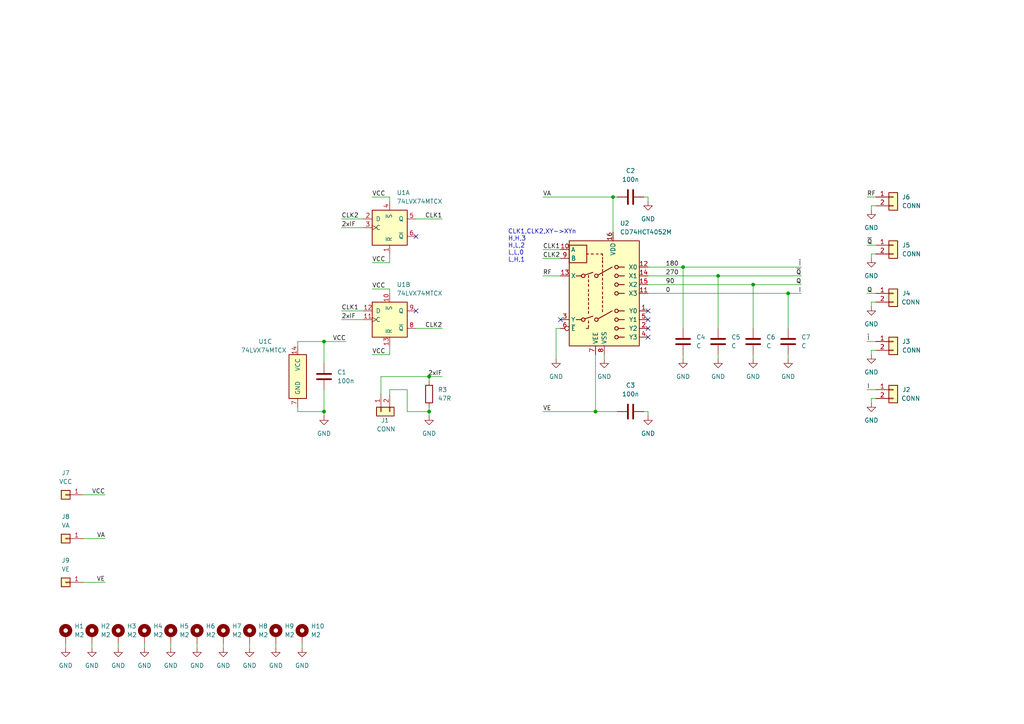
<source format=kicad_sch>
(kicad_sch (version 20211123) (generator eeschema)
  (paper "A4")
  (title_block (title "019-Tayloe Quadrature Product Detector") (date "2022-11-29") (rev "1") (company "Halidelabs") (comment 1 "contact@halidelabs.eu"))
  (lib_symbols
    (symbol "74HC74_1" (pin_names (offset 1.016))
      (property "Reference" "U?" (at 2.0194 10.16 0))
      (property "Value" "74HC74_1" (at 2.0194 7.62 0))
      (symbol "74HC74_1_1_0"
        (pin input line (at 0 -7.62 90) (length 2.54) (name "~{R}") (number "1"))
        (pin input line (at -7.62 2.54 0) (length 2.54) (name "D") (number "2"))
        (pin input clock (at -7.62 0 0) (length 2.54) (name "C") (number "3"))
        (pin input line (at 0 7.62 270) (length 2.54) (name "~{S}") (number "4"))
        (pin output line (at 7.62 2.54 180) (length 2.54) (name "Q") (number "5"))
        (pin output line (at 7.62 -2.54 180) (length 2.54) (name "~{Q}") (number "6"))
      )
      (symbol "74HC74_1_1_1"
        (rectangle (start -5.08 5.08) (end 5.08 -5.08) (stroke (width 0.254)) (fill (type background)))
      )
      (symbol "74HC74_1_2_0"
        (pin input line (at 0 7.62 270) (length 2.54) (name "~{S}") (number "10"))
        (pin input clock (at -7.62 0 0) (length 2.54) (name "C") (number "11"))
        (pin input line (at -7.62 2.54 0) (length 2.54) (name "D") (number "12"))
        (pin input line (at 0 -7.62 90) (length 2.54) (name "~{R}") (number "13"))
        (pin output line (at 7.62 -2.54 180) (length 2.54) (name "~{Q}") (number "8"))
        (pin output line (at 7.62 2.54 180) (length 2.54) (name "Q") (number "9"))
      )
      (symbol "74HC74_1_2_1"
        (rectangle (start -5.08 5.08) (end 5.08 -5.08) (stroke (width 0.254)) (fill (type background)))
      )
      (symbol "74HC74_1_3_0"
        (pin power_in line (at 0 8.89 270) (length 2.54) (name "VCC") (number "14"))
        (pin power_in line (at 0 -8.89 90) (length 2.54) (name "GND") (number "7"))
      )
      (symbol "74HC74_1_3_1"
        (rectangle (start -2.54 6.35) (end 2.54 -6.35) (stroke (width 0.254)) (fill (type background)))
      )
    )
    (symbol "74xx:74HC74" (pin_names (offset 1.016))
      (property "Reference" "U" (at -7.62 8.89 0))
      (property "Value" "74HC74" (at -7.62 -8.89 0))
      (symbol "74HC74_1_0"
        (pin input line (at 0 -7.62 90) (length 2.54) (name "~{R}") (number "1"))
        (pin input line (at -7.62 2.54 0) (length 2.54) (name "D") (number "2"))
        (pin input clock (at -7.62 0 0) (length 2.54) (name "C") (number "3"))
        (pin input line (at 0 7.62 270) (length 2.54) (name "~{S}") (number "4"))
        (pin output line (at 7.62 2.54 180) (length 2.54) (name "Q") (number "5"))
        (pin output line (at 7.62 -2.54 180) (length 2.54) (name "~{Q}") (number "6"))
      )
      (symbol "74HC74_1_1"
        (rectangle (start -5.08 5.08) (end 5.08 -5.08) (stroke (width 0.254)) (fill (type background)))
      )
      (symbol "74HC74_2_0"
        (pin input line (at 0 7.62 270) (length 2.54) (name "~{S}") (number "10"))
        (pin input clock (at -7.62 0 0) (length 2.54) (name "C") (number "11"))
        (pin input line (at -7.62 2.54 0) (length 2.54) (name "D") (number "12"))
        (pin input line (at 0 -7.62 90) (length 2.54) (name "~{R}") (number "13"))
        (pin output line (at 7.62 -2.54 180) (length 2.54) (name "~{Q}") (number "8"))
        (pin output line (at 7.62 2.54 180) (length 2.54) (name "Q") (number "9"))
      )
      (symbol "74HC74_2_1"
        (rectangle (start -5.08 5.08) (end 5.08 -5.08) (stroke (width 0.254)) (fill (type background)))
      )
      (symbol "74HC74_3_0"
        (pin power_in line (at 0 10.16 270) (length 2.54) (name "VCC") (number "14"))
        (pin power_in line (at 0 -10.16 90) (length 2.54) (name "GND") (number "7"))
      )
      (symbol "74HC74_3_1"
        (rectangle (start -5.08 7.62) (end 5.08 -7.62) (stroke (width 0.254)) (fill (type background)))
      )
    )
    (symbol "Analog_Switch:CD4052B"
      (property "Reference" "U?" (at 4.5594 20.32 0))
      (property "Value" "CD74HCT4052M" (at 4.5594 17.78 0))
      (symbol "CD4052B_0_1"
        (rectangle (start -10.16 8.89) (end -5.08 13.97) (stroke (width 0.254)))
        (rectangle (start -10.16 15.24) (end 10.16 -15.24) (stroke (width 0.254)) (fill (type background)))
        (circle (center -6.096 -7.62) (radius 0.508) (stroke (width 0.254)))
        (circle (center -6.096 5.08) (radius 0.508) (stroke (width 0.254)))
        (circle (center -2.286 -7.62) (radius 0.508) (stroke (width 0.254)))
        (circle (center -2.286 5.08) (radius 0.508) (stroke (width 0.254)))
        (polyline (pts (xy -8.128 -7.62) (xy -6.604 -7.62)) (stroke (width 0.254)))
        (polyline (pts (xy -8.128 5.08) (xy -6.604 5.08)) (stroke (width 0.254)))
        (polyline (pts (xy -5.588 -7.366) (xy -3.302 -6.604)) (stroke (width 0.254)))
        (polyline (pts (xy -5.588 5.334) (xy -3.302 6.096)) (stroke (width 0.254)))
        (polyline (pts (xy -4.572 -10.16) (xy -5.207 -10.16)) (stroke (width 0.254)))
        (polyline (pts (xy -4.572 -9.906) (xy -4.572 -9.271)) (stroke (width 0.254)))
        (polyline (pts (xy -4.572 -8.636) (xy -4.572 -8.001)) (stroke (width 0.254)))
        (polyline (pts (xy -4.572 -5.842) (xy -4.572 -5.207)) (stroke (width 0.254)))
        (polyline (pts (xy -4.572 -4.572) (xy -4.572 -3.937)) (stroke (width 0.254)))
        (polyline (pts (xy -4.572 -3.302) (xy -4.572 -2.667)) (stroke (width 0.254)))
        (polyline (pts (xy -4.572 -2.032) (xy -4.572 -1.397)) (stroke (width 0.254)))
        (polyline (pts (xy -4.572 -0.762) (xy -4.572 -0.127)) (stroke (width 0.254)))
        (polyline (pts (xy -4.572 0.508) (xy -4.572 1.143)) (stroke (width 0.254)))
        (polyline (pts (xy -4.572 2.032) (xy -4.572 2.667)) (stroke (width 0.254)))
        (polyline (pts (xy -4.572 3.302) (xy -4.572 3.937)) (stroke (width 0.254)))
        (polyline (pts (xy -4.572 4.572) (xy -4.572 5.207)) (stroke (width 0.254)))
        (polyline (pts (xy -4.572 11.43) (xy -5.08 11.43)) (stroke (width 0.254)))
        (polyline (pts (xy -3.81 11.43) (xy -3.175 11.43)) (stroke (width 0.254)))
        (polyline (pts (xy -1.778 -7.366) (xy 2.286 -5.08)) (stroke (width 0.254)))
        (polyline (pts (xy -1.778 5.334) (xy 2.286 7.62)) (stroke (width 0.254)))
        (polyline (pts (xy -1.778 11.43) (xy -2.286 11.43)) (stroke (width 0.254)))
        (polyline (pts (xy -0.508 -5.334) (xy -0.508 -4.699)) (stroke (width 0.254)))
        (polyline (pts (xy -0.508 -4.064) (xy -0.508 -3.429)) (stroke (width 0.254)))
        (polyline (pts (xy -0.508 -2.794) (xy -0.508 -2.159)) (stroke (width 0.254)))
        (polyline (pts (xy -0.508 -1.524) (xy -0.508 -0.889)) (stroke (width 0.254)))
        (polyline (pts (xy -0.508 -0.254) (xy -0.508 0.381)) (stroke (width 0.254)))
        (polyline (pts (xy -0.508 1.27) (xy -0.508 1.905)) (stroke (width 0.254)))
        (polyline (pts (xy -0.508 2.54) (xy -0.508 3.175)) (stroke (width 0.254)))
        (polyline (pts (xy -0.508 3.81) (xy -0.508 4.445)) (stroke (width 0.254)))
        (polyline (pts (xy -0.508 5.08) (xy -0.508 5.715)) (stroke (width 0.254)))
        (polyline (pts (xy -0.508 6.35) (xy -0.508 6.985)) (stroke (width 0.254)))
        (polyline (pts (xy -0.508 7.62) (xy -0.508 8.255)) (stroke (width 0.254)))
        (polyline (pts (xy -0.508 8.89) (xy -0.508 9.398)) (stroke (width 0.254)))
        (polyline (pts (xy -0.508 8.89) (xy -0.508 9.525)) (stroke (width 0.254)))
        (polyline (pts (xy -0.508 9.906) (xy -0.508 10.414)) (stroke (width 0.254)))
        (polyline (pts (xy -0.508 10.922) (xy -0.508 11.43)) (stroke (width 0.254)))
        (polyline (pts (xy -0.508 11.43) (xy -1.016 11.43)) (stroke (width 0.254)))
        (polyline (pts (xy 4.064 -12.7) (xy 5.842 -12.7)) (stroke (width 0.254)))
        (polyline (pts (xy 4.064 -10.16) (xy 5.842 -10.16)) (stroke (width 0.254)))
        (polyline (pts (xy 4.064 -7.62) (xy 5.842 -7.62)) (stroke (width 0.254)))
        (polyline (pts (xy 4.064 -5.08) (xy 5.842 -5.08)) (stroke (width 0.254)))
        (polyline (pts (xy 4.064 0) (xy 5.842 0)) (stroke (width 0.254)))
        (polyline (pts (xy 4.064 2.54) (xy 5.842 2.54)) (stroke (width 0.254)))
        (polyline (pts (xy 4.064 5.08) (xy 5.842 5.08)) (stroke (width 0.254)))
        (polyline (pts (xy 4.064 7.62) (xy 5.842 7.62)) (stroke (width 0.254)))
        (circle (center 3.556 -12.7) (radius 0.508) (stroke (width 0.254)))
        (circle (center 3.556 -10.16) (radius 0.508) (stroke (width 0.254)))
        (circle (center 3.556 -7.62) (radius 0.508) (stroke (width 0.254)))
        (circle (center 3.556 -5.08) (radius 0.508) (stroke (width 0.254)))
        (circle (center 3.556 0) (radius 0.508) (stroke (width 0.254)))
        (circle (center 3.556 2.54) (radius 0.508) (stroke (width 0.254)))
        (circle (center 3.556 5.08) (radius 0.508) (stroke (width 0.254)))
        (circle (center 3.556 7.62) (radius 0.508) (stroke (width 0.254)))
      )
      (symbol "CD4052B_1_1"
        (pin bidirectional line (at 12.7 -5.08 180) (length 2.54) (name "Y0") (number "1"))
        (pin input line (at -12.7 12.7 0) (length 2.54) (name "A") (number "10"))
        (pin bidirectional line (at 12.7 0 180) (length 2.54) (name "X3") (number "11"))
        (pin bidirectional line (at 12.7 7.62 180) (length 2.54) (name "X0") (number "12"))
        (pin bidirectional line (at -12.7 5.08 0) (length 2.54) (name "X") (number "13"))
        (pin bidirectional line (at 12.7 5.08 180) (length 2.54) (name "X1") (number "14"))
        (pin bidirectional line (at 12.7 2.54 180) (length 2.54) (name "X2") (number "15"))
        (pin power_in line (at 2.54 17.78 270) (length 2.54) (name "VDD") (number "16"))
        (pin bidirectional line (at 12.7 -10.16 180) (length 2.54) (name "Y2") (number "2"))
        (pin bidirectional line (at -12.7 -7.62 0) (length 2.54) (name "Y") (number "3"))
        (pin bidirectional line (at 12.7 -12.7 180) (length 2.54) (name "Y3") (number "4"))
        (pin bidirectional line (at 12.7 -7.62 180) (length 2.54) (name "Y1") (number "5"))
        (pin input inverted (at -12.7 -10.16 0) (length 2.54) (name "~{E}") (number "6"))
        (pin power_in line (at -2.54 -17.78 90) (length 2.54) (name "VEE") (number "7"))
        (pin power_in line (at 0 -17.78 90) (length 2.54) (name "VSS") (number "8"))
        (pin input line (at -12.7 10.16 0) (length 2.54) (name "B") (number "9"))
      )
    )
    (symbol "Connector_Generic:Conn_01x01" (pin_names (offset 1.016) hide)
      (property "Reference" "J" (at 0 2.54 0))
      (property "Value" "Conn_01x01" (at 0 -2.54 0))
      (symbol "Conn_01x01_1_1"
        (rectangle (start -1.27 0.127) (end 0 -0.127) (stroke (width 0.1524)))
        (rectangle (start -1.27 1.27) (end 1.27 -1.27) (stroke (width 0.254)) (fill (type background)))
        (pin passive line (at -5.08 0 0) (length 3.81) (name "Pin_1") (number "1"))
      )
    )
    (symbol "Connector_Generic:Conn_01x02" (pin_names (offset 1.016) hide)
      (property "Reference" "J" (at 0 2.54 0))
      (property "Value" "Conn_01x02" (at 0 -5.08 0))
      (symbol "Conn_01x02_1_1"
        (rectangle (start -1.27 -2.413) (end 0 -2.667) (stroke (width 0.1524)))
        (rectangle (start -1.27 0.127) (end 0 -0.127) (stroke (width 0.1524)))
        (rectangle (start -1.27 1.27) (end 1.27 -3.81) (stroke (width 0.254)) (fill (type background)))
        (pin passive line (at -5.08 0 0) (length 3.81) (name "Pin_1") (number "1"))
        (pin passive line (at -5.08 -2.54 0) (length 3.81) (name "Pin_2") (number "2"))
      )
    )
    (symbol "Device:C" (pin_numbers hide) (pin_names (offset 0.254))
      (property "Reference" "C" (at 0.635 2.54 0))
      (property "Value" "C" (at 0.635 -2.54 0))
      (symbol "C_0_1"
        (polyline (pts (xy -2.032 -0.762) (xy 2.032 -0.762)) (stroke (width 0.508)))
        (polyline (pts (xy -2.032 0.762) (xy 2.032 0.762)) (stroke (width 0.508)))
      )
      (symbol "C_1_1"
        (pin passive line (at 0 3.81 270) (length 2.794) (name "~") (number "1"))
        (pin passive line (at 0 -3.81 90) (length 2.794) (name "~") (number "2"))
      )
    )
    (symbol "Device:R" (pin_numbers hide) (pin_names (offset 0))
      (property "Reference" "R" (at 2.032 0 90))
      (property "Value" "R" (at 0 0 90))
      (symbol "R_0_1"
        (rectangle (start -1.016 -2.54) (end 1.016 2.54) (stroke (width 0.254)))
      )
      (symbol "R_1_1"
        (pin passive line (at 0 3.81 270) (length 1.27) (name "~") (number "1"))
        (pin passive line (at 0 -3.81 90) (length 1.27) (name "~") (number "2"))
      )
    )
    (symbol "Mechanical:MountingHole_Pad" (pin_numbers hide) (pin_names (offset 1.016) hide)
      (property "Reference" "H" (at 0 6.35 0))
      (property "Value" "MountingHole_Pad" (at 0 4.445 0))
      (symbol "MountingHole_Pad_0_1"
        (circle (center 0 1.27) (radius 1.27) (stroke (width 1.27)))
      )
      (symbol "MountingHole_Pad_1_1"
        (pin input line (at 0 -2.54 90) (length 2.54) (name "1") (number "1"))
      )
    )
    (symbol "power:GND" (power) (pin_names (offset 0))
      (property "Value" "GND" (at 0 -3.81 0))
      (symbol "GND_0_1"
        (polyline (pts (xy 0 0) (xy 0 -1.27) (xy 1.27 -1.27) (xy 0 -2.54) (xy -1.27 -1.27) (xy 0 -1.27)))
      )
      (symbol "GND_1_1"
        (pin power_in line (at 0 0 270) (length 0) hide (name "GND") (number "1"))
      )
    )
  )
  (junction (at 198.12 77.47))
  (junction (at 172.72 119.38))
  (junction (at 177.8 57.15))
  (junction (at 93.98 119.38))
  (junction (at 208.28 80.01))
  (junction (at 124.46 119.38))
  (junction (at 218.44 82.55))
  (junction (at 124.46 109.22))
  (junction (at 93.98 99.06))
  (junction (at 228.6 85.09))
  (no_connect (at 187.96 97.79))
  (no_connect (at 187.96 90.17))
  (no_connect (at 120.65 68.58))
  (no_connect (at 120.65 90.17))
  (no_connect (at 162.56 92.71))
  (no_connect (at 187.96 92.71))
  (no_connect (at 187.96 95.25))
  (wire (pts (xy 251.46 57.15) (xy 254 57.15)))
  (wire (pts (xy 93.98 113.03) (xy 93.98 119.38)))
  (wire (pts (xy 41.91 186.69) (xy 41.91 187.96)))
  (wire (pts (xy 99.06 66.04) (xy 105.41 66.04)))
  (wire (pts (xy 157.48 72.39) (xy 162.56 72.39)))
  (wire (pts (xy 157.48 80.01) (xy 162.56 80.01)))
  (wire (pts (xy 124.46 119.38) (xy 124.46 120.65)))
  (wire (pts (xy 198.12 77.47) (xy 232.41 77.47)))
  (wire (pts (xy 34.29 186.69) (xy 34.29 187.96)))
  (wire (pts (xy 24.13 168.91) (xy 30.48 168.91)))
  (wire (pts (xy 93.98 119.38) (xy 86.36 119.38)))
  (wire (pts (xy 110.49 109.22) (xy 110.49 114.3)))
  (wire (pts (xy 93.98 105.41) (xy 93.98 99.06)))
  (wire (pts (xy 124.46 110.49) (xy 124.46 109.22)))
  (wire (pts (xy 113.03 76.2) (xy 113.03 73.66)))
  (wire (pts (xy 24.13 156.21) (xy 30.48 156.21)))
  (wire (pts (xy 80.01 186.69) (xy 80.01 187.96)))
  (wire (pts (xy 118.11 113.03) (xy 113.03 113.03)))
  (wire (pts (xy 228.6 102.87) (xy 228.6 104.14)))
  (wire (pts (xy 252.73 115.57) (xy 254 115.57)))
  (wire (pts (xy 228.6 85.09) (xy 232.41 85.09)))
  (wire (pts (xy 99.06 63.5) (xy 105.41 63.5)))
  (wire (pts (xy 161.29 104.14) (xy 161.29 95.25)))
  (wire (pts (xy 172.72 119.38) (xy 179.07 119.38)))
  (wire (pts (xy 172.72 119.38) (xy 157.48 119.38)))
  (wire (pts (xy 252.73 73.66) (xy 254 73.66)))
  (wire (pts (xy 218.44 102.87) (xy 218.44 104.14)))
  (wire (pts (xy 93.98 99.06) (xy 100.33 99.06)))
  (wire (pts (xy 228.6 95.25) (xy 228.6 85.09)))
  (wire (pts (xy 64.77 186.69) (xy 64.77 187.96)))
  (wire (pts (xy 93.98 119.38) (xy 93.98 120.65)))
  (wire (pts (xy 72.39 186.69) (xy 72.39 187.96)))
  (wire (pts (xy 251.46 99.06) (xy 254 99.06)))
  (wire (pts (xy 93.98 99.06) (xy 86.36 99.06)))
  (wire (pts (xy 252.73 87.63) (xy 254 87.63)))
  (wire (pts (xy 172.72 102.87) (xy 172.72 119.38)))
  (wire (pts (xy 124.46 119.38) (xy 124.46 118.11)))
  (wire (pts (xy 118.11 113.03) (xy 118.11 119.38)))
  (wire (pts (xy 87.63 186.69) (xy 87.63 187.96)))
  (wire (pts (xy 218.44 95.25) (xy 218.44 82.55)))
  (wire (pts (xy 208.28 102.87) (xy 208.28 104.14)))
  (wire (pts (xy 198.12 102.87) (xy 198.12 104.14)))
  (wire (pts (xy 86.36 118.11) (xy 86.36 119.38)))
  (wire (pts (xy 120.65 63.5) (xy 128.27 63.5)))
  (wire (pts (xy 99.06 90.17) (xy 105.41 90.17)))
  (wire (pts (xy 252.73 74.93) (xy 252.73 73.66)))
  (wire (pts (xy 177.8 57.15) (xy 177.8 67.31)))
  (wire (pts (xy 175.26 102.87) (xy 175.26 104.14)))
  (wire (pts (xy 107.95 57.15) (xy 113.03 57.15)))
  (wire (pts (xy 251.46 85.09) (xy 254 85.09)))
  (wire (pts (xy 252.73 102.87) (xy 252.73 101.6)))
  (wire (pts (xy 26.67 186.69) (xy 26.67 187.96)))
  (wire (pts (xy 187.96 77.47) (xy 198.12 77.47)))
  (wire (pts (xy 124.46 109.22) (xy 128.27 109.22)))
  (wire (pts (xy 99.06 92.71) (xy 105.41 92.71)))
  (wire (pts (xy 157.48 57.15) (xy 177.8 57.15)))
  (wire (pts (xy 110.49 109.22) (xy 124.46 109.22)))
  (wire (pts (xy 86.36 99.06) (xy 86.36 100.33)))
  (wire (pts (xy 24.13 143.51) (xy 30.48 143.51)))
  (wire (pts (xy 251.46 113.03) (xy 254 113.03)))
  (wire (pts (xy 252.73 60.96) (xy 252.73 59.69)))
  (wire (pts (xy 113.03 57.15) (xy 113.03 58.42)))
  (wire (pts (xy 187.96 80.01) (xy 208.28 80.01)))
  (wire (pts (xy 118.11 119.38) (xy 124.46 119.38)))
  (wire (pts (xy 187.96 120.65) (xy 187.96 119.38)))
  (wire (pts (xy 252.73 101.6) (xy 254 101.6)))
  (wire (pts (xy 107.95 83.82) (xy 113.03 83.82)))
  (wire (pts (xy 113.03 83.82) (xy 113.03 85.09)))
  (wire (pts (xy 187.96 82.55) (xy 218.44 82.55)))
  (wire (pts (xy 120.65 95.25) (xy 128.27 95.25)))
  (wire (pts (xy 49.53 186.69) (xy 49.53 187.96)))
  (wire (pts (xy 252.73 59.69) (xy 254 59.69)))
  (wire (pts (xy 252.73 88.9) (xy 252.73 87.63)))
  (wire (pts (xy 208.28 80.01) (xy 232.41 80.01)))
  (wire (pts (xy 177.8 57.15) (xy 179.07 57.15)))
  (wire (pts (xy 187.96 119.38) (xy 186.69 119.38)))
  (wire (pts (xy 113.03 113.03) (xy 113.03 114.3)))
  (wire (pts (xy 19.05 186.69) (xy 19.05 187.96)))
  (wire (pts (xy 187.96 85.09) (xy 228.6 85.09)))
  (wire (pts (xy 251.46 71.12) (xy 254 71.12)))
  (wire (pts (xy 218.44 82.55) (xy 232.41 82.55)))
  (wire (pts (xy 157.48 74.93) (xy 162.56 74.93)))
  (wire (pts (xy 57.15 186.69) (xy 57.15 187.96)))
  (wire (pts (xy 252.73 116.84) (xy 252.73 115.57)))
  (wire (pts (xy 113.03 102.87) (xy 113.03 100.33)))
  (wire (pts (xy 198.12 95.25) (xy 198.12 77.47)))
  (wire (pts (xy 187.96 57.15) (xy 186.69 57.15)))
  (wire (pts (xy 107.95 76.2) (xy 113.03 76.2)))
  (wire (pts (xy 187.96 58.42) (xy 187.96 57.15)))
  (wire (pts (xy 161.29 95.25) (xy 162.56 95.25)))
  (wire (pts (xy 208.28 95.25) (xy 208.28 80.01)))
  (wire (pts (xy 107.95 102.87) (xy 113.03 102.87)))
  (text "CLK1,CLK2,XY->XYn\nH,H,3\nH,L,2\nL,L,0\nL,H,1" (at 147.32 76.2 0) (effects (font (size 1.27 1.27)) (justify left bottom)))
  (label "2xIF" (at 128.27 109.22 180))
  (label "CLK1" (at 99.06 90.17 0))
  (label "CLK1" (at 157.48 72.39 0))
  (label "VCC" (at 100.33 99.06 180))
  (label "CLK1" (at 128.27 63.5 180))
  (label "VCC" (at 30.48 143.51 180))
  (label "~{I}" (at 251.46 99.06 0))
  (label "CLK2" (at 128.27 95.25 180))
  (label "~{I}" (at 232.41 77.47 180))
  (label "RF" (at 251.46 57.15 0))
  (label "VA" (at 157.48 57.15 0))
  (label "~{Q}" (at 251.46 71.12 0))
  (label "CLK2" (at 99.06 63.5 0))
  (label "Q" (at 251.46 85.09 0))
  (label "VA" (at 30.48 156.21 180))
  (label "VE" (at 157.48 119.38 0))
  (label "CLK2" (at 157.48 74.93 0))
  (label "VCC" (at 107.95 102.87 0))
  (label "Q" (at 232.41 82.55 180))
  (label "VE" (at 30.48 168.91 180))
  (label "2xIF" (at 99.06 66.04 0))
  (label "RF" (at 157.48 80.01 0))
  (label "0" (at 193.04 85.09 0))
  (label "90" (at 193.04 82.55 0))
  (label "270" (at 193.04 80.01 0))
  (label "VCC" (at 107.95 57.15 0))
  (label "VCC" (at 107.95 76.2 0))
  (label "~{Q}" (at 232.41 80.01 180))
  (label "I" (at 232.41 85.09 180))
  (label "2xIF" (at 99.06 92.71 0))
  (label "VCC" (at 107.95 83.82 0))
  (label "180" (at 193.04 77.47 0))
  (label "I" (at 251.46 113.03 0))
  (symbol (lib_id "power:GND") (at 64.77 187.96 0) (unit 1)
    (property "Reference" "#PWR0122" (effects hide))
    (property "Value" "GND" (at 64.77 193.04 0))
  )
  (symbol (lib_id "power:GND") (at 19.05 187.96 0) (unit 1)
    (property "Reference" "#PWR0104" (effects hide))
    (property "Value" "GND" (at 19.05 193.04 0))
  )
  (symbol (lib_id "power:GND") (at 93.98 120.65 0) (unit 1)
    (property "Reference" "#PWR01" (effects hide))
    (property "Value" "GND" (at 93.98 125.73 0))
  )
  (symbol (lib_id "74xx:74HC74") (at 113.03 92.71 0) (unit 2)
    (property "Reference" "U1" (at 115.0494 82.55 0) (effects (justify left)))
    (property "Value" "74LVX74MTCX" (at 115.0494 85.09 0) (effects (justify left)))
    (property "Footprint" "Package_SO:TSSOP-14_4.4x5mm_P0.65mm" (effects hide))
    (property "Datasheet" "https://www.tme.eu/Document/f16ae86e4a3ca1b4f20f9006fed58d99/74LVX74-D.pdf" (effects hide))
  )
  (symbol (lib_id "power:GND") (at 252.73 88.9 0) (mirror y) (unit 1)
    (property "Reference" "#PWR0117" (effects hide))
    (property "Value" "GND" (at 252.73 93.98 0))
  )
  (symbol (lib_id "Mechanical:MountingHole_Pad") (at 19.05 184.15 0) (unit 1)
    (property "Reference" "H1" (at 21.59 181.6099 0) (effects (justify left)))
    (property "Value" "M2" (at 21.59 184.1499 0) (effects (justify left)))
    (property "Footprint" "modular-rf-bench-footprints:M2-hole" (effects hide))
  )
  (symbol (lib_id "power:GND") (at 161.29 104.14 0) (unit 1)
    (property "Reference" "#PWR0106" (effects hide))
    (property "Value" "GND" (at 161.29 109.22 0))
  )
  (symbol (lib_id "power:GND") (at 87.63 187.96 0) (unit 1)
    (property "Reference" "#PWR0123" (effects hide))
    (property "Value" "GND" (at 87.63 193.04 0))
  )
  (symbol (lib_name "74HC74_1") (lib_id "74xx:74HC74") (at 86.36 109.22 0) (unit 3)
    (property "Reference" "U1" (at 74.93 99.06 0) (effects (justify left)))
    (property "Value" "74LVX74MTCX" (at 69.85 101.6 0) (effects (justify left)))
    (property "Footprint" "Package_SO:TSSOP-14_4.4x5mm_P0.65mm" (effects hide))
    (property "Datasheet" "https://www.tme.eu/Document/f16ae86e4a3ca1b4f20f9006fed58d99/74LVX74-D.pdf" (effects hide))
  )
  (symbol (lib_id "Device:R") (at 124.46 114.3 180) (unit 1)
    (property "Reference" "R3" (at 127 113.0299 0) (effects (justify right)))
    (property "Value" "47R" (at 127 115.5699 0) (effects (justify right)))
    (property "Footprint" "Resistor_SMD:R_0603_1608Metric" (effects hide))
  )
  (symbol (lib_id "power:GND") (at 49.53 187.96 0) (unit 1)
    (property "Reference" "#PWR0120" (effects hide))
    (property "Value" "GND" (at 49.53 193.04 0))
  )
  (symbol (lib_id "power:GND") (at 208.28 104.14 0) (unit 1)
    (property "Reference" "#PWR0111" (effects hide))
    (property "Value" "GND" (at 208.28 109.22 0))
  )
  (symbol (lib_id "Mechanical:MountingHole_Pad") (at 72.39 184.15 0) (unit 1)
    (property "Reference" "H8" (at 74.93 181.6099 0) (effects (justify left)))
    (property "Value" "M2" (at 74.93 184.1499 0) (effects (justify left)))
    (property "Footprint" "modular-rf-bench-footprints:M2-hole" (effects hide))
  )
  (symbol (lib_id "power:GND") (at 80.01 187.96 0) (unit 1)
    (property "Reference" "#PWR0124" (effects hide))
    (property "Value" "GND" (at 80.01 193.04 0))
  )
  (symbol (lib_id "Connector_Generic:Conn_01x01") (at 19.05 168.91 180) (unit 1)
    (property "Reference" "J9" (at 19.05 162.56 0))
    (property "Value" "VE" (at 19.05 165.1 0))
    (property "Footprint" "modular-rf-bench-footprints:PWR_PIN" (effects hide))
  )
  (symbol (lib_id "Connector_Generic:Conn_01x02") (at 259.08 71.12 0) (unit 1)
    (property "Reference" "J5" (at 261.62 71.1199 0) (effects (justify left)))
    (property "Value" "CONN" (at 261.62 73.6599 0) (effects (justify left)))
    (property "Footprint" "modular-rf-bench-footprints:edge-connector" (effects hide))
  )
  (symbol (lib_id "Connector_Generic:Conn_01x02") (at 259.08 57.15 0) (unit 1)
    (property "Reference" "J6" (at 261.62 57.1499 0) (effects (justify left)))
    (property "Value" "CONN" (at 261.62 59.6899 0) (effects (justify left)))
    (property "Footprint" "modular-rf-bench-footprints:edge-connector" (effects hide))
  )
  (symbol (lib_id "power:GND") (at 41.91 187.96 0) (unit 1)
    (property "Reference" "#PWR0101" (effects hide))
    (property "Value" "GND" (at 41.91 193.04 0))
  )
  (symbol (lib_id "power:GND") (at 187.96 120.65 0) (unit 1)
    (property "Reference" "#PWR0116" (effects hide))
    (property "Value" "GND" (at 187.96 125.73 0))
  )
  (symbol (lib_id "Connector_Generic:Conn_01x02") (at 259.08 99.06 0) (unit 1)
    (property "Reference" "J3" (at 261.62 99.0599 0) (effects (justify left)))
    (property "Value" "CONN" (at 261.62 101.5999 0) (effects (justify left)))
    (property "Footprint" "modular-rf-bench-footprints:edge-connector" (effects hide))
  )
  (symbol (lib_id "power:GND") (at 252.73 116.84 0) (mirror y) (unit 1)
    (property "Reference" "#PWR0105" (effects hide))
    (property "Value" "GND" (at 252.73 121.92 0))
  )
  (symbol (lib_id "power:GND") (at 187.96 58.42 0) (unit 1)
    (property "Reference" "#PWR0115" (effects hide))
    (property "Value" "GND" (at 187.96 63.5 0))
  )
  (symbol (lib_id "power:GND") (at 57.15 187.96 0) (unit 1)
    (property "Reference" "#PWR0119" (effects hide))
    (property "Value" "GND" (at 57.15 193.04 0))
  )
  (symbol (lib_id "Mechanical:MountingHole_Pad") (at 26.67 184.15 0) (unit 1)
    (property "Reference" "H2" (at 29.21 181.6099 0) (effects (justify left)))
    (property "Value" "M2" (at 29.21 184.1499 0) (effects (justify left)))
    (property "Footprint" "modular-rf-bench-footprints:M2-hole" (effects hide))
  )
  (symbol (lib_id "Mechanical:MountingHole_Pad") (at 34.29 184.15 0) (unit 1)
    (property "Reference" "H3" (at 36.83 181.6099 0) (effects (justify left)))
    (property "Value" "M2" (at 36.83 184.1499 0) (effects (justify left)))
    (property "Footprint" "modular-rf-bench-footprints:M2-hole" (effects hide))
  )
  (symbol (lib_id "Mechanical:MountingHole_Pad") (at 57.15 184.15 0) (unit 1)
    (property "Reference" "H6" (at 59.69 181.6099 0) (effects (justify left)))
    (property "Value" "M2" (at 59.69 184.1499 0) (effects (justify left)))
    (property "Footprint" "modular-rf-bench-footprints:M2-hole" (effects hide))
  )
  (symbol (lib_id "power:GND") (at 175.26 104.14 0) (unit 1)
    (property "Reference" "#PWR0109" (effects hide))
    (property "Value" "GND" (at 175.26 109.22 0))
  )
  (symbol (lib_id "Mechanical:MountingHole_Pad") (at 64.77 184.15 0) (unit 1)
    (property "Reference" "H7" (at 67.31 181.6099 0) (effects (justify left)))
    (property "Value" "M2" (at 67.31 184.1499 0) (effects (justify left)))
    (property "Footprint" "modular-rf-bench-footprints:M2-hole" (effects hide))
  )
  (symbol (lib_id "power:GND") (at 252.73 60.96 0) (unit 1)
    (property "Reference" "#PWR0118" (effects hide))
    (property "Value" "GND" (at 252.73 66.04 0))
  )
  (symbol (lib_id "Analog_Switch:CD4052B") (at 175.26 85.09 0) (unit 1)
    (property "Reference" "U2" (at 179.8194 64.77 0) (effects (justify left)))
    (property "Value" "CD74HCT4052M" (at 179.8194 67.31 0) (effects (justify left)))
    (property "Footprint" "Package_SO:SO-16_3.9x9.9mm_P1.27mm" (effects hide))
    (property "Datasheet" "https://www.ti.com/lit/ds/symlink/cd74hct4053.pdf" (effects hide))
  )
  (symbol (lib_id "Connector_Generic:Conn_01x02") (at 259.08 85.09 0) (unit 1)
    (property "Reference" "J4" (at 262.89 85.09 0))
    (property "Value" "CONN" (at 264.16 87.63 0))
    (property "Footprint" "modular-rf-bench-footprints:edge-connector" (effects hide))
  )
  (symbol (lib_id "power:GND") (at 26.67 187.96 0) (unit 1)
    (property "Reference" "#PWR0103" (effects hide))
    (property "Value" "GND" (at 26.67 193.04 0))
  )
  (symbol (lib_id "power:GND") (at 218.44 104.14 0) (unit 1)
    (property "Reference" "#PWR0112" (effects hide))
    (property "Value" "GND" (at 218.44 109.22 0))
  )
  (symbol (lib_id "Device:C") (at 182.88 119.38 90) (unit 1)
    (property "Reference" "C3" (at 182.88 111.76 90))
    (property "Value" "100n" (at 182.88 114.3 90))
    (property "Footprint" "Capacitor_SMD:C_0603_1608Metric" (effects hide))
  )
  (symbol (lib_id "power:GND") (at 124.46 120.65 0) (unit 1)
    (property "Reference" "#PWR0108" (effects hide))
    (property "Value" "GND" (at 124.46 125.73 0))
  )
  (symbol (lib_id "Mechanical:MountingHole_Pad") (at 41.91 184.15 0) (unit 1)
    (property "Reference" "H4" (at 44.45 181.6099 0) (effects (justify left)))
    (property "Value" "M2" (at 44.45 184.1499 0) (effects (justify left)))
    (property "Footprint" "modular-rf-bench-footprints:M2-hole" (effects hide))
  )
  (symbol (lib_id "power:GND") (at 198.12 104.14 0) (unit 1)
    (property "Reference" "#PWR0110" (effects hide))
    (property "Value" "GND" (at 198.12 109.22 0))
  )
  (symbol (lib_id "power:GND") (at 72.39 187.96 0) (unit 1)
    (property "Reference" "#PWR0121" (effects hide))
    (property "Value" "GND" (at 72.39 193.04 0))
  )
  (symbol (lib_id "Device:C") (at 198.12 99.06 0) (unit 1)
    (property "Reference" "C4" (at 201.93 97.7899 0) (effects (justify left)))
    (property "Value" "C" (at 201.93 100.3299 0) (effects (justify left)))
    (property "Footprint" "Capacitor_SMD:C_0603_1608Metric" (effects hide))
  )
  (symbol (lib_id "Mechanical:MountingHole_Pad") (at 49.53 184.15 0) (unit 1)
    (property "Reference" "H5" (at 52.07 181.6099 0) (effects (justify left)))
    (property "Value" "M2" (at 52.07 184.1499 0) (effects (justify left)))
    (property "Footprint" "modular-rf-bench-footprints:M2-hole" (effects hide))
  )
  (symbol (lib_id "power:GND") (at 34.29 187.96 0) (unit 1)
    (property "Reference" "#PWR0102" (effects hide))
    (property "Value" "GND" (at 34.29 193.04 0))
  )
  (symbol (lib_id "Device:C") (at 182.88 57.15 90) (unit 1)
    (property "Reference" "C2" (at 182.88 49.53 90))
    (property "Value" "100n" (at 182.88 52.07 90))
    (property "Footprint" "Capacitor_SMD:C_0603_1608Metric" (effects hide))
  )
  (symbol (lib_id "74xx:74HC74") (at 113.03 66.04 0) (unit 1)
    (property "Reference" "U1" (at 115.0494 55.88 0) (effects (justify left)))
    (property "Value" "74LVX74MTCX" (at 115.0494 58.42 0) (effects (justify left)))
    (property "Footprint" "Package_SO:TSSOP-14_4.4x5mm_P0.65mm" (effects hide))
    (property "Datasheet" "https://www.tme.eu/Document/f16ae86e4a3ca1b4f20f9006fed58d99/74LVX74-D.pdf" (effects hide))
  )
  (symbol (lib_id "power:GND") (at 252.73 102.87 0) (unit 1)
    (property "Reference" "#PWR0107" (effects hide))
    (property "Value" "GND" (at 252.73 107.95 0))
  )
  (symbol (lib_id "Mechanical:MountingHole_Pad") (at 80.01 184.15 0) (unit 1)
    (property "Reference" "H9" (at 82.55 181.6099 0) (effects (justify left)))
    (property "Value" "M2" (at 82.55 184.1499 0) (effects (justify left)))
    (property "Footprint" "modular-rf-bench-footprints:M2-hole" (effects hide))
  )
  (symbol (lib_id "Device:C") (at 218.44 99.06 0) (unit 1)
    (property "Reference" "C6" (at 222.25 97.7899 0) (effects (justify left)))
    (property "Value" "C" (at 222.25 100.3299 0) (effects (justify left)))
    (property "Footprint" "Capacitor_SMD:C_0603_1608Metric" (effects hide))
  )
  (symbol (lib_id "Device:C") (at 208.28 99.06 0) (unit 1)
    (property "Reference" "C5" (at 212.09 97.7899 0) (effects (justify left)))
    (property "Value" "C" (at 212.09 100.3299 0) (effects (justify left)))
    (property "Footprint" "Capacitor_SMD:C_0603_1608Metric" (effects hide))
  )
  (symbol (lib_id "Device:C") (at 228.6 99.06 0) (unit 1)
    (property "Reference" "C7" (at 232.41 97.7899 0) (effects (justify left)))
    (property "Value" "C" (at 232.41 100.3299 0) (effects (justify left)))
    (property "Footprint" "Capacitor_SMD:C_0603_1608Metric" (effects hide))
  )
  (symbol (lib_id "Mechanical:MountingHole_Pad") (at 87.63 184.15 0) (unit 1)
    (property "Reference" "H10" (at 90.17 181.6099 0) (effects (justify left)))
    (property "Value" "M2" (at 90.17 184.1499 0) (effects (justify left)))
    (property "Footprint" "modular-rf-bench-footprints:M2-hole" (effects hide))
  )
  (symbol (lib_id "Device:C") (at 93.98 109.22 0) (unit 1)
    (property "Reference" "C1" (at 97.79 107.9499 0) (effects (justify left)))
    (property "Value" "100n" (at 97.79 110.4899 0) (effects (justify left)))
    (property "Footprint" "Capacitor_SMD:C_0603_1608Metric" (effects hide))
  )
  (symbol (lib_id "Connector_Generic:Conn_01x01") (at 19.05 156.21 180) (unit 1)
    (property "Reference" "J8" (at 19.05 149.86 0))
    (property "Value" "VA" (at 19.05 152.4 0))
    (property "Footprint" "modular-rf-bench-footprints:PWR_PIN" (effects hide))
  )
  (symbol (lib_id "power:GND") (at 252.73 74.93 0) (unit 1)
    (property "Reference" "#PWR0114" (effects hide))
    (property "Value" "GND" (at 252.73 80.01 0))
  )
  (symbol (lib_id "Connector_Generic:Conn_01x01") (at 19.05 143.51 180) (unit 1)
    (property "Reference" "J7" (at 19.05 137.16 0))
    (property "Value" "VCC" (at 19.05 139.7 0))
    (property "Footprint" "modular-rf-bench-footprints:PWR_PIN" (effects hide))
  )
  (symbol (lib_id "Connector_Generic:Conn_01x02") (at 259.08 113.03 0) (unit 1)
    (property "Reference" "J2" (at 262.89 113.03 0))
    (property "Value" "CONN" (at 264.16 115.57 0))
    (property "Footprint" "modular-rf-bench-footprints:edge-connector" (effects hide))
  )
  (symbol (lib_id "power:GND") (at 228.6 104.14 0) (unit 1)
    (property "Reference" "#PWR0113" (effects hide))
    (property "Value" "GND" (at 228.6 109.22 0))
  )
  (symbol (lib_id "Connector_Generic:Conn_01x02") (at 110.49 119.38 90) (mirror x) (unit 1)
    (property "Reference" "J1" (at 110.49 121.92 90) (effects (justify right)))
    (property "Value" "CONN" (at 109.22 124.46 90) (effects (justify right)))
    (property "Footprint" "modular-rf-bench-footprints:edge-connector" (effects hide))
  )
)
</source>
